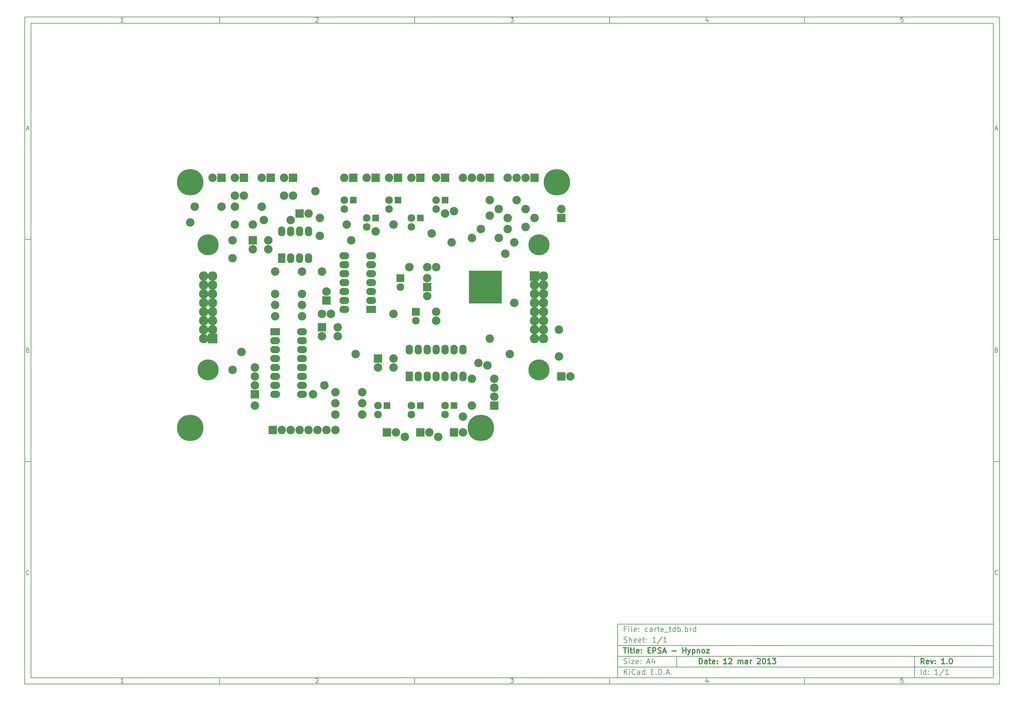
<source format=gts>
G04 (created by PCBNEW-RS274X (2012-01-19 BZR 3256)-stable) date 12/03/2013 15:54:10*
G01*
G70*
G90*
%MOIN*%
G04 Gerber Fmt 3.4, Leading zero omitted, Abs format*
%FSLAX34Y34*%
G04 APERTURE LIST*
%ADD10C,0.006000*%
%ADD11C,0.012000*%
%ADD12C,0.095000*%
%ADD13R,0.095000X0.095000*%
%ADD14R,0.082000X0.110000*%
%ADD15O,0.082000X0.110000*%
%ADD16C,0.235000*%
%ADD17R,0.105000X0.105000*%
%ADD18C,0.105000*%
%ADD19R,0.075000X0.075000*%
%ADD20C,0.085000*%
%ADD21R,0.110000X0.082000*%
%ADD22O,0.110000X0.082000*%
%ADD23R,0.370000X0.370000*%
%ADD24C,0.295600*%
%ADD25R,0.085000X0.085000*%
G04 APERTURE END LIST*
G54D10*
X04000Y-04000D02*
X113000Y-04000D01*
X113000Y-78670D01*
X04000Y-78670D01*
X04000Y-04000D01*
X04700Y-04700D02*
X112300Y-04700D01*
X112300Y-77970D01*
X04700Y-77970D01*
X04700Y-04700D01*
X25800Y-04000D02*
X25800Y-04700D01*
X15043Y-04552D02*
X14757Y-04552D01*
X14900Y-04552D02*
X14900Y-04052D01*
X14852Y-04124D01*
X14805Y-04171D01*
X14757Y-04195D01*
X25800Y-78670D02*
X25800Y-77970D01*
X15043Y-78522D02*
X14757Y-78522D01*
X14900Y-78522D02*
X14900Y-78022D01*
X14852Y-78094D01*
X14805Y-78141D01*
X14757Y-78165D01*
X47600Y-04000D02*
X47600Y-04700D01*
X36557Y-04100D02*
X36581Y-04076D01*
X36629Y-04052D01*
X36748Y-04052D01*
X36795Y-04076D01*
X36819Y-04100D01*
X36843Y-04148D01*
X36843Y-04195D01*
X36819Y-04267D01*
X36533Y-04552D01*
X36843Y-04552D01*
X47600Y-78670D02*
X47600Y-77970D01*
X36557Y-78070D02*
X36581Y-78046D01*
X36629Y-78022D01*
X36748Y-78022D01*
X36795Y-78046D01*
X36819Y-78070D01*
X36843Y-78118D01*
X36843Y-78165D01*
X36819Y-78237D01*
X36533Y-78522D01*
X36843Y-78522D01*
X69400Y-04000D02*
X69400Y-04700D01*
X58333Y-04052D02*
X58643Y-04052D01*
X58476Y-04243D01*
X58548Y-04243D01*
X58595Y-04267D01*
X58619Y-04290D01*
X58643Y-04338D01*
X58643Y-04457D01*
X58619Y-04505D01*
X58595Y-04529D01*
X58548Y-04552D01*
X58405Y-04552D01*
X58357Y-04529D01*
X58333Y-04505D01*
X69400Y-78670D02*
X69400Y-77970D01*
X58333Y-78022D02*
X58643Y-78022D01*
X58476Y-78213D01*
X58548Y-78213D01*
X58595Y-78237D01*
X58619Y-78260D01*
X58643Y-78308D01*
X58643Y-78427D01*
X58619Y-78475D01*
X58595Y-78499D01*
X58548Y-78522D01*
X58405Y-78522D01*
X58357Y-78499D01*
X58333Y-78475D01*
X91200Y-04000D02*
X91200Y-04700D01*
X80395Y-04219D02*
X80395Y-04552D01*
X80276Y-04029D02*
X80157Y-04386D01*
X80467Y-04386D01*
X91200Y-78670D02*
X91200Y-77970D01*
X80395Y-78189D02*
X80395Y-78522D01*
X80276Y-77999D02*
X80157Y-78356D01*
X80467Y-78356D01*
X102219Y-04052D02*
X101981Y-04052D01*
X101957Y-04290D01*
X101981Y-04267D01*
X102029Y-04243D01*
X102148Y-04243D01*
X102195Y-04267D01*
X102219Y-04290D01*
X102243Y-04338D01*
X102243Y-04457D01*
X102219Y-04505D01*
X102195Y-04529D01*
X102148Y-04552D01*
X102029Y-04552D01*
X101981Y-04529D01*
X101957Y-04505D01*
X102219Y-78022D02*
X101981Y-78022D01*
X101957Y-78260D01*
X101981Y-78237D01*
X102029Y-78213D01*
X102148Y-78213D01*
X102195Y-78237D01*
X102219Y-78260D01*
X102243Y-78308D01*
X102243Y-78427D01*
X102219Y-78475D01*
X102195Y-78499D01*
X102148Y-78522D01*
X102029Y-78522D01*
X101981Y-78499D01*
X101957Y-78475D01*
X04000Y-28890D02*
X04700Y-28890D01*
X04231Y-16510D02*
X04469Y-16510D01*
X04184Y-16652D02*
X04350Y-16152D01*
X04517Y-16652D01*
X113000Y-28890D02*
X112300Y-28890D01*
X112531Y-16510D02*
X112769Y-16510D01*
X112484Y-16652D02*
X112650Y-16152D01*
X112817Y-16652D01*
X04000Y-53780D02*
X04700Y-53780D01*
X04386Y-41280D02*
X04457Y-41304D01*
X04481Y-41328D01*
X04505Y-41376D01*
X04505Y-41447D01*
X04481Y-41495D01*
X04457Y-41519D01*
X04410Y-41542D01*
X04219Y-41542D01*
X04219Y-41042D01*
X04386Y-41042D01*
X04433Y-41066D01*
X04457Y-41090D01*
X04481Y-41138D01*
X04481Y-41185D01*
X04457Y-41233D01*
X04433Y-41257D01*
X04386Y-41280D01*
X04219Y-41280D01*
X113000Y-53780D02*
X112300Y-53780D01*
X112686Y-41280D02*
X112757Y-41304D01*
X112781Y-41328D01*
X112805Y-41376D01*
X112805Y-41447D01*
X112781Y-41495D01*
X112757Y-41519D01*
X112710Y-41542D01*
X112519Y-41542D01*
X112519Y-41042D01*
X112686Y-41042D01*
X112733Y-41066D01*
X112757Y-41090D01*
X112781Y-41138D01*
X112781Y-41185D01*
X112757Y-41233D01*
X112733Y-41257D01*
X112686Y-41280D01*
X112519Y-41280D01*
X04505Y-66385D02*
X04481Y-66409D01*
X04410Y-66432D01*
X04362Y-66432D01*
X04290Y-66409D01*
X04243Y-66361D01*
X04219Y-66313D01*
X04195Y-66218D01*
X04195Y-66147D01*
X04219Y-66051D01*
X04243Y-66004D01*
X04290Y-65956D01*
X04362Y-65932D01*
X04410Y-65932D01*
X04481Y-65956D01*
X04505Y-65980D01*
X112805Y-66385D02*
X112781Y-66409D01*
X112710Y-66432D01*
X112662Y-66432D01*
X112590Y-66409D01*
X112543Y-66361D01*
X112519Y-66313D01*
X112495Y-66218D01*
X112495Y-66147D01*
X112519Y-66051D01*
X112543Y-66004D01*
X112590Y-65956D01*
X112662Y-65932D01*
X112710Y-65932D01*
X112781Y-65956D01*
X112805Y-65980D01*
G54D11*
X79443Y-76413D02*
X79443Y-75813D01*
X79586Y-75813D01*
X79671Y-75841D01*
X79729Y-75899D01*
X79757Y-75956D01*
X79786Y-76070D01*
X79786Y-76156D01*
X79757Y-76270D01*
X79729Y-76327D01*
X79671Y-76384D01*
X79586Y-76413D01*
X79443Y-76413D01*
X80300Y-76413D02*
X80300Y-76099D01*
X80271Y-76041D01*
X80214Y-76013D01*
X80100Y-76013D01*
X80043Y-76041D01*
X80300Y-76384D02*
X80243Y-76413D01*
X80100Y-76413D01*
X80043Y-76384D01*
X80014Y-76327D01*
X80014Y-76270D01*
X80043Y-76213D01*
X80100Y-76184D01*
X80243Y-76184D01*
X80300Y-76156D01*
X80500Y-76013D02*
X80729Y-76013D01*
X80586Y-75813D02*
X80586Y-76327D01*
X80614Y-76384D01*
X80672Y-76413D01*
X80729Y-76413D01*
X81157Y-76384D02*
X81100Y-76413D01*
X80986Y-76413D01*
X80929Y-76384D01*
X80900Y-76327D01*
X80900Y-76099D01*
X80929Y-76041D01*
X80986Y-76013D01*
X81100Y-76013D01*
X81157Y-76041D01*
X81186Y-76099D01*
X81186Y-76156D01*
X80900Y-76213D01*
X81443Y-76356D02*
X81471Y-76384D01*
X81443Y-76413D01*
X81414Y-76384D01*
X81443Y-76356D01*
X81443Y-76413D01*
X81443Y-76041D02*
X81471Y-76070D01*
X81443Y-76099D01*
X81414Y-76070D01*
X81443Y-76041D01*
X81443Y-76099D01*
X82500Y-76413D02*
X82157Y-76413D01*
X82329Y-76413D02*
X82329Y-75813D01*
X82272Y-75899D01*
X82214Y-75956D01*
X82157Y-75984D01*
X82728Y-75870D02*
X82757Y-75841D01*
X82814Y-75813D01*
X82957Y-75813D01*
X83014Y-75841D01*
X83043Y-75870D01*
X83071Y-75927D01*
X83071Y-75984D01*
X83043Y-76070D01*
X82700Y-76413D01*
X83071Y-76413D01*
X83785Y-76413D02*
X83785Y-76013D01*
X83785Y-76070D02*
X83813Y-76041D01*
X83871Y-76013D01*
X83956Y-76013D01*
X84013Y-76041D01*
X84042Y-76099D01*
X84042Y-76413D01*
X84042Y-76099D02*
X84071Y-76041D01*
X84128Y-76013D01*
X84213Y-76013D01*
X84271Y-76041D01*
X84299Y-76099D01*
X84299Y-76413D01*
X84842Y-76413D02*
X84842Y-76099D01*
X84813Y-76041D01*
X84756Y-76013D01*
X84642Y-76013D01*
X84585Y-76041D01*
X84842Y-76384D02*
X84785Y-76413D01*
X84642Y-76413D01*
X84585Y-76384D01*
X84556Y-76327D01*
X84556Y-76270D01*
X84585Y-76213D01*
X84642Y-76184D01*
X84785Y-76184D01*
X84842Y-76156D01*
X85128Y-76413D02*
X85128Y-76013D01*
X85128Y-76127D02*
X85156Y-76070D01*
X85185Y-76041D01*
X85242Y-76013D01*
X85299Y-76013D01*
X85927Y-75870D02*
X85956Y-75841D01*
X86013Y-75813D01*
X86156Y-75813D01*
X86213Y-75841D01*
X86242Y-75870D01*
X86270Y-75927D01*
X86270Y-75984D01*
X86242Y-76070D01*
X85899Y-76413D01*
X86270Y-76413D01*
X86641Y-75813D02*
X86698Y-75813D01*
X86755Y-75841D01*
X86784Y-75870D01*
X86813Y-75927D01*
X86841Y-76041D01*
X86841Y-76184D01*
X86813Y-76299D01*
X86784Y-76356D01*
X86755Y-76384D01*
X86698Y-76413D01*
X86641Y-76413D01*
X86584Y-76384D01*
X86555Y-76356D01*
X86527Y-76299D01*
X86498Y-76184D01*
X86498Y-76041D01*
X86527Y-75927D01*
X86555Y-75870D01*
X86584Y-75841D01*
X86641Y-75813D01*
X87412Y-76413D02*
X87069Y-76413D01*
X87241Y-76413D02*
X87241Y-75813D01*
X87184Y-75899D01*
X87126Y-75956D01*
X87069Y-75984D01*
X87612Y-75813D02*
X87983Y-75813D01*
X87783Y-76041D01*
X87869Y-76041D01*
X87926Y-76070D01*
X87955Y-76099D01*
X87983Y-76156D01*
X87983Y-76299D01*
X87955Y-76356D01*
X87926Y-76384D01*
X87869Y-76413D01*
X87697Y-76413D01*
X87640Y-76384D01*
X87612Y-76356D01*
G54D10*
X71043Y-77613D02*
X71043Y-77013D01*
X71386Y-77613D02*
X71129Y-77270D01*
X71386Y-77013D02*
X71043Y-77356D01*
X71643Y-77613D02*
X71643Y-77213D01*
X71643Y-77013D02*
X71614Y-77041D01*
X71643Y-77070D01*
X71671Y-77041D01*
X71643Y-77013D01*
X71643Y-77070D01*
X72272Y-77556D02*
X72243Y-77584D01*
X72157Y-77613D01*
X72100Y-77613D01*
X72015Y-77584D01*
X71957Y-77527D01*
X71929Y-77470D01*
X71900Y-77356D01*
X71900Y-77270D01*
X71929Y-77156D01*
X71957Y-77099D01*
X72015Y-77041D01*
X72100Y-77013D01*
X72157Y-77013D01*
X72243Y-77041D01*
X72272Y-77070D01*
X72786Y-77613D02*
X72786Y-77299D01*
X72757Y-77241D01*
X72700Y-77213D01*
X72586Y-77213D01*
X72529Y-77241D01*
X72786Y-77584D02*
X72729Y-77613D01*
X72586Y-77613D01*
X72529Y-77584D01*
X72500Y-77527D01*
X72500Y-77470D01*
X72529Y-77413D01*
X72586Y-77384D01*
X72729Y-77384D01*
X72786Y-77356D01*
X73329Y-77613D02*
X73329Y-77013D01*
X73329Y-77584D02*
X73272Y-77613D01*
X73158Y-77613D01*
X73100Y-77584D01*
X73072Y-77556D01*
X73043Y-77499D01*
X73043Y-77327D01*
X73072Y-77270D01*
X73100Y-77241D01*
X73158Y-77213D01*
X73272Y-77213D01*
X73329Y-77241D01*
X74072Y-77299D02*
X74272Y-77299D01*
X74358Y-77613D02*
X74072Y-77613D01*
X74072Y-77013D01*
X74358Y-77013D01*
X74615Y-77556D02*
X74643Y-77584D01*
X74615Y-77613D01*
X74586Y-77584D01*
X74615Y-77556D01*
X74615Y-77613D01*
X74901Y-77613D02*
X74901Y-77013D01*
X75044Y-77013D01*
X75129Y-77041D01*
X75187Y-77099D01*
X75215Y-77156D01*
X75244Y-77270D01*
X75244Y-77356D01*
X75215Y-77470D01*
X75187Y-77527D01*
X75129Y-77584D01*
X75044Y-77613D01*
X74901Y-77613D01*
X75501Y-77556D02*
X75529Y-77584D01*
X75501Y-77613D01*
X75472Y-77584D01*
X75501Y-77556D01*
X75501Y-77613D01*
X75758Y-77441D02*
X76044Y-77441D01*
X75701Y-77613D02*
X75901Y-77013D01*
X76101Y-77613D01*
X76301Y-77556D02*
X76329Y-77584D01*
X76301Y-77613D01*
X76272Y-77584D01*
X76301Y-77556D01*
X76301Y-77613D01*
G54D11*
X104586Y-76413D02*
X104386Y-76127D01*
X104243Y-76413D02*
X104243Y-75813D01*
X104471Y-75813D01*
X104529Y-75841D01*
X104557Y-75870D01*
X104586Y-75927D01*
X104586Y-76013D01*
X104557Y-76070D01*
X104529Y-76099D01*
X104471Y-76127D01*
X104243Y-76127D01*
X105071Y-76384D02*
X105014Y-76413D01*
X104900Y-76413D01*
X104843Y-76384D01*
X104814Y-76327D01*
X104814Y-76099D01*
X104843Y-76041D01*
X104900Y-76013D01*
X105014Y-76013D01*
X105071Y-76041D01*
X105100Y-76099D01*
X105100Y-76156D01*
X104814Y-76213D01*
X105300Y-76013D02*
X105443Y-76413D01*
X105585Y-76013D01*
X105814Y-76356D02*
X105842Y-76384D01*
X105814Y-76413D01*
X105785Y-76384D01*
X105814Y-76356D01*
X105814Y-76413D01*
X105814Y-76041D02*
X105842Y-76070D01*
X105814Y-76099D01*
X105785Y-76070D01*
X105814Y-76041D01*
X105814Y-76099D01*
X106871Y-76413D02*
X106528Y-76413D01*
X106700Y-76413D02*
X106700Y-75813D01*
X106643Y-75899D01*
X106585Y-75956D01*
X106528Y-75984D01*
X107128Y-76356D02*
X107156Y-76384D01*
X107128Y-76413D01*
X107099Y-76384D01*
X107128Y-76356D01*
X107128Y-76413D01*
X107528Y-75813D02*
X107585Y-75813D01*
X107642Y-75841D01*
X107671Y-75870D01*
X107700Y-75927D01*
X107728Y-76041D01*
X107728Y-76184D01*
X107700Y-76299D01*
X107671Y-76356D01*
X107642Y-76384D01*
X107585Y-76413D01*
X107528Y-76413D01*
X107471Y-76384D01*
X107442Y-76356D01*
X107414Y-76299D01*
X107385Y-76184D01*
X107385Y-76041D01*
X107414Y-75927D01*
X107442Y-75870D01*
X107471Y-75841D01*
X107528Y-75813D01*
G54D10*
X71014Y-76384D02*
X71100Y-76413D01*
X71243Y-76413D01*
X71300Y-76384D01*
X71329Y-76356D01*
X71357Y-76299D01*
X71357Y-76241D01*
X71329Y-76184D01*
X71300Y-76156D01*
X71243Y-76127D01*
X71129Y-76099D01*
X71071Y-76070D01*
X71043Y-76041D01*
X71014Y-75984D01*
X71014Y-75927D01*
X71043Y-75870D01*
X71071Y-75841D01*
X71129Y-75813D01*
X71271Y-75813D01*
X71357Y-75841D01*
X71614Y-76413D02*
X71614Y-76013D01*
X71614Y-75813D02*
X71585Y-75841D01*
X71614Y-75870D01*
X71642Y-75841D01*
X71614Y-75813D01*
X71614Y-75870D01*
X71843Y-76013D02*
X72157Y-76013D01*
X71843Y-76413D01*
X72157Y-76413D01*
X72614Y-76384D02*
X72557Y-76413D01*
X72443Y-76413D01*
X72386Y-76384D01*
X72357Y-76327D01*
X72357Y-76099D01*
X72386Y-76041D01*
X72443Y-76013D01*
X72557Y-76013D01*
X72614Y-76041D01*
X72643Y-76099D01*
X72643Y-76156D01*
X72357Y-76213D01*
X72900Y-76356D02*
X72928Y-76384D01*
X72900Y-76413D01*
X72871Y-76384D01*
X72900Y-76356D01*
X72900Y-76413D01*
X72900Y-76041D02*
X72928Y-76070D01*
X72900Y-76099D01*
X72871Y-76070D01*
X72900Y-76041D01*
X72900Y-76099D01*
X73614Y-76241D02*
X73900Y-76241D01*
X73557Y-76413D02*
X73757Y-75813D01*
X73957Y-76413D01*
X74414Y-76013D02*
X74414Y-76413D01*
X74271Y-75784D02*
X74128Y-76213D01*
X74500Y-76213D01*
X104243Y-77613D02*
X104243Y-77013D01*
X104786Y-77613D02*
X104786Y-77013D01*
X104786Y-77584D02*
X104729Y-77613D01*
X104615Y-77613D01*
X104557Y-77584D01*
X104529Y-77556D01*
X104500Y-77499D01*
X104500Y-77327D01*
X104529Y-77270D01*
X104557Y-77241D01*
X104615Y-77213D01*
X104729Y-77213D01*
X104786Y-77241D01*
X105072Y-77556D02*
X105100Y-77584D01*
X105072Y-77613D01*
X105043Y-77584D01*
X105072Y-77556D01*
X105072Y-77613D01*
X105072Y-77241D02*
X105100Y-77270D01*
X105072Y-77299D01*
X105043Y-77270D01*
X105072Y-77241D01*
X105072Y-77299D01*
X106129Y-77613D02*
X105786Y-77613D01*
X105958Y-77613D02*
X105958Y-77013D01*
X105901Y-77099D01*
X105843Y-77156D01*
X105786Y-77184D01*
X106814Y-76984D02*
X106300Y-77756D01*
X107329Y-77613D02*
X106986Y-77613D01*
X107158Y-77613D02*
X107158Y-77013D01*
X107101Y-77099D01*
X107043Y-77156D01*
X106986Y-77184D01*
G54D11*
X70957Y-74613D02*
X71300Y-74613D01*
X71129Y-75213D02*
X71129Y-74613D01*
X71500Y-75213D02*
X71500Y-74813D01*
X71500Y-74613D02*
X71471Y-74641D01*
X71500Y-74670D01*
X71528Y-74641D01*
X71500Y-74613D01*
X71500Y-74670D01*
X71700Y-74813D02*
X71929Y-74813D01*
X71786Y-74613D02*
X71786Y-75127D01*
X71814Y-75184D01*
X71872Y-75213D01*
X71929Y-75213D01*
X72215Y-75213D02*
X72157Y-75184D01*
X72129Y-75127D01*
X72129Y-74613D01*
X72671Y-75184D02*
X72614Y-75213D01*
X72500Y-75213D01*
X72443Y-75184D01*
X72414Y-75127D01*
X72414Y-74899D01*
X72443Y-74841D01*
X72500Y-74813D01*
X72614Y-74813D01*
X72671Y-74841D01*
X72700Y-74899D01*
X72700Y-74956D01*
X72414Y-75013D01*
X72957Y-75156D02*
X72985Y-75184D01*
X72957Y-75213D01*
X72928Y-75184D01*
X72957Y-75156D01*
X72957Y-75213D01*
X72957Y-74841D02*
X72985Y-74870D01*
X72957Y-74899D01*
X72928Y-74870D01*
X72957Y-74841D01*
X72957Y-74899D01*
X73700Y-74899D02*
X73900Y-74899D01*
X73986Y-75213D02*
X73700Y-75213D01*
X73700Y-74613D01*
X73986Y-74613D01*
X74243Y-75213D02*
X74243Y-74613D01*
X74471Y-74613D01*
X74529Y-74641D01*
X74557Y-74670D01*
X74586Y-74727D01*
X74586Y-74813D01*
X74557Y-74870D01*
X74529Y-74899D01*
X74471Y-74927D01*
X74243Y-74927D01*
X74814Y-75184D02*
X74900Y-75213D01*
X75043Y-75213D01*
X75100Y-75184D01*
X75129Y-75156D01*
X75157Y-75099D01*
X75157Y-75041D01*
X75129Y-74984D01*
X75100Y-74956D01*
X75043Y-74927D01*
X74929Y-74899D01*
X74871Y-74870D01*
X74843Y-74841D01*
X74814Y-74784D01*
X74814Y-74727D01*
X74843Y-74670D01*
X74871Y-74641D01*
X74929Y-74613D01*
X75071Y-74613D01*
X75157Y-74641D01*
X75385Y-75041D02*
X75671Y-75041D01*
X75328Y-75213D02*
X75528Y-74613D01*
X75728Y-75213D01*
X76385Y-74984D02*
X76842Y-74984D01*
X77585Y-75213D02*
X77585Y-74613D01*
X77585Y-74899D02*
X77928Y-74899D01*
X77928Y-75213D02*
X77928Y-74613D01*
X78157Y-74813D02*
X78300Y-75213D01*
X78442Y-74813D02*
X78300Y-75213D01*
X78242Y-75356D01*
X78214Y-75384D01*
X78157Y-75413D01*
X78671Y-74813D02*
X78671Y-75413D01*
X78671Y-74841D02*
X78728Y-74813D01*
X78842Y-74813D01*
X78899Y-74841D01*
X78928Y-74870D01*
X78957Y-74927D01*
X78957Y-75099D01*
X78928Y-75156D01*
X78899Y-75184D01*
X78842Y-75213D01*
X78728Y-75213D01*
X78671Y-75184D01*
X79214Y-74813D02*
X79214Y-75213D01*
X79214Y-74870D02*
X79242Y-74841D01*
X79300Y-74813D01*
X79385Y-74813D01*
X79442Y-74841D01*
X79471Y-74899D01*
X79471Y-75213D01*
X79843Y-75213D02*
X79785Y-75184D01*
X79757Y-75156D01*
X79728Y-75099D01*
X79728Y-74927D01*
X79757Y-74870D01*
X79785Y-74841D01*
X79843Y-74813D01*
X79928Y-74813D01*
X79985Y-74841D01*
X80014Y-74870D01*
X80043Y-74927D01*
X80043Y-75099D01*
X80014Y-75156D01*
X79985Y-75184D01*
X79928Y-75213D01*
X79843Y-75213D01*
X80243Y-74813D02*
X80557Y-74813D01*
X80243Y-75213D01*
X80557Y-75213D01*
G54D10*
X71243Y-72499D02*
X71043Y-72499D01*
X71043Y-72813D02*
X71043Y-72213D01*
X71329Y-72213D01*
X71557Y-72813D02*
X71557Y-72413D01*
X71557Y-72213D02*
X71528Y-72241D01*
X71557Y-72270D01*
X71585Y-72241D01*
X71557Y-72213D01*
X71557Y-72270D01*
X71929Y-72813D02*
X71871Y-72784D01*
X71843Y-72727D01*
X71843Y-72213D01*
X72385Y-72784D02*
X72328Y-72813D01*
X72214Y-72813D01*
X72157Y-72784D01*
X72128Y-72727D01*
X72128Y-72499D01*
X72157Y-72441D01*
X72214Y-72413D01*
X72328Y-72413D01*
X72385Y-72441D01*
X72414Y-72499D01*
X72414Y-72556D01*
X72128Y-72613D01*
X72671Y-72756D02*
X72699Y-72784D01*
X72671Y-72813D01*
X72642Y-72784D01*
X72671Y-72756D01*
X72671Y-72813D01*
X72671Y-72441D02*
X72699Y-72470D01*
X72671Y-72499D01*
X72642Y-72470D01*
X72671Y-72441D01*
X72671Y-72499D01*
X73671Y-72784D02*
X73614Y-72813D01*
X73500Y-72813D01*
X73442Y-72784D01*
X73414Y-72756D01*
X73385Y-72699D01*
X73385Y-72527D01*
X73414Y-72470D01*
X73442Y-72441D01*
X73500Y-72413D01*
X73614Y-72413D01*
X73671Y-72441D01*
X74185Y-72813D02*
X74185Y-72499D01*
X74156Y-72441D01*
X74099Y-72413D01*
X73985Y-72413D01*
X73928Y-72441D01*
X74185Y-72784D02*
X74128Y-72813D01*
X73985Y-72813D01*
X73928Y-72784D01*
X73899Y-72727D01*
X73899Y-72670D01*
X73928Y-72613D01*
X73985Y-72584D01*
X74128Y-72584D01*
X74185Y-72556D01*
X74471Y-72813D02*
X74471Y-72413D01*
X74471Y-72527D02*
X74499Y-72470D01*
X74528Y-72441D01*
X74585Y-72413D01*
X74642Y-72413D01*
X74756Y-72413D02*
X74985Y-72413D01*
X74842Y-72213D02*
X74842Y-72727D01*
X74870Y-72784D01*
X74928Y-72813D01*
X74985Y-72813D01*
X75413Y-72784D02*
X75356Y-72813D01*
X75242Y-72813D01*
X75185Y-72784D01*
X75156Y-72727D01*
X75156Y-72499D01*
X75185Y-72441D01*
X75242Y-72413D01*
X75356Y-72413D01*
X75413Y-72441D01*
X75442Y-72499D01*
X75442Y-72556D01*
X75156Y-72613D01*
X75556Y-72870D02*
X76013Y-72870D01*
X76070Y-72413D02*
X76299Y-72413D01*
X76156Y-72213D02*
X76156Y-72727D01*
X76184Y-72784D01*
X76242Y-72813D01*
X76299Y-72813D01*
X76756Y-72813D02*
X76756Y-72213D01*
X76756Y-72784D02*
X76699Y-72813D01*
X76585Y-72813D01*
X76527Y-72784D01*
X76499Y-72756D01*
X76470Y-72699D01*
X76470Y-72527D01*
X76499Y-72470D01*
X76527Y-72441D01*
X76585Y-72413D01*
X76699Y-72413D01*
X76756Y-72441D01*
X77042Y-72813D02*
X77042Y-72213D01*
X77042Y-72441D02*
X77099Y-72413D01*
X77213Y-72413D01*
X77270Y-72441D01*
X77299Y-72470D01*
X77328Y-72527D01*
X77328Y-72699D01*
X77299Y-72756D01*
X77270Y-72784D01*
X77213Y-72813D01*
X77099Y-72813D01*
X77042Y-72784D01*
X77585Y-72756D02*
X77613Y-72784D01*
X77585Y-72813D01*
X77556Y-72784D01*
X77585Y-72756D01*
X77585Y-72813D01*
X77871Y-72813D02*
X77871Y-72213D01*
X77871Y-72441D02*
X77928Y-72413D01*
X78042Y-72413D01*
X78099Y-72441D01*
X78128Y-72470D01*
X78157Y-72527D01*
X78157Y-72699D01*
X78128Y-72756D01*
X78099Y-72784D01*
X78042Y-72813D01*
X77928Y-72813D01*
X77871Y-72784D01*
X78414Y-72813D02*
X78414Y-72413D01*
X78414Y-72527D02*
X78442Y-72470D01*
X78471Y-72441D01*
X78528Y-72413D01*
X78585Y-72413D01*
X79042Y-72813D02*
X79042Y-72213D01*
X79042Y-72784D02*
X78985Y-72813D01*
X78871Y-72813D01*
X78813Y-72784D01*
X78785Y-72756D01*
X78756Y-72699D01*
X78756Y-72527D01*
X78785Y-72470D01*
X78813Y-72441D01*
X78871Y-72413D01*
X78985Y-72413D01*
X79042Y-72441D01*
X71014Y-73984D02*
X71100Y-74013D01*
X71243Y-74013D01*
X71300Y-73984D01*
X71329Y-73956D01*
X71357Y-73899D01*
X71357Y-73841D01*
X71329Y-73784D01*
X71300Y-73756D01*
X71243Y-73727D01*
X71129Y-73699D01*
X71071Y-73670D01*
X71043Y-73641D01*
X71014Y-73584D01*
X71014Y-73527D01*
X71043Y-73470D01*
X71071Y-73441D01*
X71129Y-73413D01*
X71271Y-73413D01*
X71357Y-73441D01*
X71614Y-74013D02*
X71614Y-73413D01*
X71871Y-74013D02*
X71871Y-73699D01*
X71842Y-73641D01*
X71785Y-73613D01*
X71700Y-73613D01*
X71642Y-73641D01*
X71614Y-73670D01*
X72385Y-73984D02*
X72328Y-74013D01*
X72214Y-74013D01*
X72157Y-73984D01*
X72128Y-73927D01*
X72128Y-73699D01*
X72157Y-73641D01*
X72214Y-73613D01*
X72328Y-73613D01*
X72385Y-73641D01*
X72414Y-73699D01*
X72414Y-73756D01*
X72128Y-73813D01*
X72899Y-73984D02*
X72842Y-74013D01*
X72728Y-74013D01*
X72671Y-73984D01*
X72642Y-73927D01*
X72642Y-73699D01*
X72671Y-73641D01*
X72728Y-73613D01*
X72842Y-73613D01*
X72899Y-73641D01*
X72928Y-73699D01*
X72928Y-73756D01*
X72642Y-73813D01*
X73099Y-73613D02*
X73328Y-73613D01*
X73185Y-73413D02*
X73185Y-73927D01*
X73213Y-73984D01*
X73271Y-74013D01*
X73328Y-74013D01*
X73528Y-73956D02*
X73556Y-73984D01*
X73528Y-74013D01*
X73499Y-73984D01*
X73528Y-73956D01*
X73528Y-74013D01*
X73528Y-73641D02*
X73556Y-73670D01*
X73528Y-73699D01*
X73499Y-73670D01*
X73528Y-73641D01*
X73528Y-73699D01*
X74585Y-74013D02*
X74242Y-74013D01*
X74414Y-74013D02*
X74414Y-73413D01*
X74357Y-73499D01*
X74299Y-73556D01*
X74242Y-73584D01*
X75270Y-73384D02*
X74756Y-74156D01*
X75785Y-74013D02*
X75442Y-74013D01*
X75614Y-74013D02*
X75614Y-73413D01*
X75557Y-73499D01*
X75499Y-73556D01*
X75442Y-73584D01*
X70300Y-71970D02*
X70300Y-77970D01*
X70300Y-71970D02*
X112300Y-71970D01*
X70300Y-71970D02*
X112300Y-71970D01*
X70300Y-74370D02*
X112300Y-74370D01*
X103500Y-75570D02*
X103500Y-77970D01*
X70300Y-76770D02*
X112300Y-76770D01*
X70300Y-75570D02*
X112300Y-75570D01*
X76900Y-75570D02*
X76900Y-76770D01*
G54D12*
X27500Y-24000D03*
X28500Y-24000D03*
X45250Y-43250D03*
X45250Y-42250D03*
X37250Y-37250D03*
X38250Y-37250D03*
G54D13*
X43500Y-42250D03*
G54D12*
X43500Y-43250D03*
G54D13*
X37250Y-38750D03*
G54D12*
X37250Y-39750D03*
G54D14*
X47000Y-44250D03*
G54D15*
X48000Y-44250D03*
X49000Y-44250D03*
X50000Y-44250D03*
X51000Y-44250D03*
X52000Y-44250D03*
X53000Y-44250D03*
X53000Y-41250D03*
X52000Y-41250D03*
X51000Y-41250D03*
X50000Y-41250D03*
X49000Y-41250D03*
X48000Y-41250D03*
X47000Y-41250D03*
G54D16*
X24500Y-43500D03*
X24500Y-29500D03*
G54D17*
X25000Y-40000D03*
G54D18*
X24000Y-40000D03*
X25000Y-39000D03*
X24000Y-39000D03*
X25000Y-38000D03*
X24000Y-38000D03*
X25000Y-37000D03*
X24000Y-37000D03*
X25000Y-36000D03*
X24000Y-36000D03*
X25000Y-35000D03*
X24000Y-35000D03*
X25000Y-34000D03*
X24000Y-34000D03*
X25000Y-33000D03*
X24000Y-33000D03*
G54D16*
X61500Y-29500D03*
X61500Y-43500D03*
G54D17*
X61000Y-33000D03*
G54D18*
X62000Y-33000D03*
X61000Y-34000D03*
X62000Y-34000D03*
X61000Y-35000D03*
X62000Y-35000D03*
X61000Y-36000D03*
X62000Y-36000D03*
X61000Y-37000D03*
X62000Y-37000D03*
X61000Y-38000D03*
X62000Y-38000D03*
X61000Y-39000D03*
X62000Y-39000D03*
X61000Y-40000D03*
X62000Y-40000D03*
G54D13*
X44500Y-50500D03*
G54D12*
X45500Y-50500D03*
G54D13*
X52000Y-50500D03*
G54D12*
X53000Y-50500D03*
G54D13*
X43250Y-22000D03*
G54D12*
X42250Y-22000D03*
G54D13*
X34000Y-22000D03*
G54D12*
X33000Y-22000D03*
G54D13*
X45750Y-22000D03*
G54D12*
X44750Y-22000D03*
G54D13*
X40750Y-22000D03*
G54D12*
X39750Y-22000D03*
G54D13*
X26000Y-22000D03*
G54D12*
X25000Y-22000D03*
G54D13*
X28500Y-22000D03*
G54D12*
X27500Y-22000D03*
G54D13*
X64000Y-26500D03*
G54D12*
X64000Y-25500D03*
X58000Y-22000D03*
X59000Y-22000D03*
G54D13*
X61000Y-22000D03*
G54D12*
X60000Y-22000D03*
X58000Y-27750D03*
X55000Y-27750D03*
X35000Y-35000D03*
X32000Y-35000D03*
X56000Y-24500D03*
X59000Y-24500D03*
X57000Y-25500D03*
X60000Y-25500D03*
X35000Y-37500D03*
X32000Y-37500D03*
X41750Y-46000D03*
X38750Y-46000D03*
X41750Y-47250D03*
X38750Y-47250D03*
X57000Y-28750D03*
X54000Y-28750D03*
X41750Y-48500D03*
X38750Y-48500D03*
X30500Y-25250D03*
X27500Y-25250D03*
X26000Y-25250D03*
X23000Y-25250D03*
X58000Y-26500D03*
X61000Y-26500D03*
X35000Y-36250D03*
X32000Y-36250D03*
X33000Y-24000D03*
X34000Y-24000D03*
X53000Y-22000D03*
X54000Y-22000D03*
G54D13*
X56000Y-22000D03*
G54D12*
X55000Y-22000D03*
X56500Y-44500D03*
X56500Y-45500D03*
G54D13*
X56500Y-47500D03*
G54D12*
X56500Y-46500D03*
G54D13*
X31500Y-22000D03*
G54D12*
X30500Y-22000D03*
G54D13*
X48250Y-22000D03*
G54D12*
X47250Y-22000D03*
X36750Y-50250D03*
X35750Y-50250D03*
X37750Y-50250D03*
X38750Y-50250D03*
X34750Y-50250D03*
X33750Y-50250D03*
G54D13*
X31750Y-50250D03*
G54D12*
X32750Y-50250D03*
G54D13*
X51000Y-22000D03*
G54D12*
X50000Y-22000D03*
G54D13*
X48250Y-50500D03*
G54D12*
X49250Y-50500D03*
G54D19*
X43250Y-26500D03*
G54D20*
X42250Y-26500D03*
X42250Y-27500D03*
G54D19*
X40750Y-24500D03*
G54D20*
X39750Y-24500D03*
X39750Y-25500D03*
G54D19*
X45750Y-24500D03*
G54D20*
X44750Y-24500D03*
X44750Y-25500D03*
G54D19*
X48250Y-26500D03*
G54D20*
X47250Y-26500D03*
X47250Y-27500D03*
G54D19*
X44500Y-47500D03*
G54D20*
X43500Y-47500D03*
X43500Y-48500D03*
G54D19*
X52000Y-47500D03*
G54D20*
X51000Y-47500D03*
X51000Y-48500D03*
G54D19*
X51000Y-24500D03*
G54D20*
X50000Y-24500D03*
X50000Y-25500D03*
G54D19*
X48250Y-47500D03*
G54D20*
X47250Y-47500D03*
X47250Y-48500D03*
G54D21*
X42750Y-36750D03*
G54D22*
X42750Y-35750D03*
X42750Y-34750D03*
X42750Y-33750D03*
X42750Y-32750D03*
X42750Y-31750D03*
X42750Y-30750D03*
X39750Y-30750D03*
X39750Y-31750D03*
X39750Y-32750D03*
X39750Y-33750D03*
X39750Y-34750D03*
X39750Y-35750D03*
X39750Y-36750D03*
G54D21*
X32000Y-39250D03*
G54D22*
X32000Y-40250D03*
X32000Y-41250D03*
X32000Y-42250D03*
X32000Y-43250D03*
X32000Y-44250D03*
X32000Y-45250D03*
X32000Y-46250D03*
X35000Y-46250D03*
X35000Y-45250D03*
X35000Y-44250D03*
X35000Y-43250D03*
X35000Y-42250D03*
X35000Y-41250D03*
X35000Y-40250D03*
X35000Y-39250D03*
G54D12*
X39000Y-39750D03*
X39000Y-38750D03*
X31250Y-30000D03*
X31250Y-29000D03*
G54D13*
X29500Y-29000D03*
G54D12*
X29500Y-30000D03*
G54D13*
X34750Y-26000D03*
G54D12*
X35750Y-26000D03*
G54D13*
X37750Y-35750D03*
G54D12*
X37750Y-34750D03*
G54D14*
X32750Y-31000D03*
G54D15*
X33750Y-31000D03*
X34750Y-31000D03*
X35750Y-31000D03*
X35750Y-28000D03*
X34750Y-28000D03*
X33750Y-28000D03*
X32750Y-28000D03*
G54D12*
X30750Y-26750D03*
X33750Y-26750D03*
X35000Y-32500D03*
X32000Y-32500D03*
X50000Y-38000D03*
X50000Y-37000D03*
X50000Y-32000D03*
X49000Y-32000D03*
G54D23*
X55500Y-34250D03*
G54D12*
X49000Y-33250D03*
G54D13*
X49000Y-34250D03*
G54D12*
X49000Y-35250D03*
G54D13*
X64000Y-44250D03*
G54D12*
X65000Y-44250D03*
G54D24*
X22500Y-50000D03*
X22500Y-22500D03*
X63500Y-22500D03*
X55000Y-50000D03*
G54D12*
X37000Y-28500D03*
X37000Y-26500D03*
X29750Y-43250D03*
X29750Y-44250D03*
G54D13*
X29750Y-46250D03*
G54D12*
X29750Y-45250D03*
G54D25*
X46000Y-33250D03*
G54D20*
X46000Y-34250D03*
G54D25*
X47750Y-37000D03*
G54D20*
X47750Y-38000D03*
G54D12*
X47000Y-32000D03*
X27250Y-29000D03*
X37250Y-32500D03*
X45250Y-37250D03*
X53000Y-48750D03*
X46500Y-51000D03*
X50250Y-51000D03*
X52000Y-25750D03*
X63750Y-42000D03*
X29500Y-27250D03*
X22500Y-27000D03*
X60000Y-27500D03*
X40500Y-29000D03*
X58750Y-29250D03*
X57750Y-30500D03*
X36250Y-46250D03*
X29750Y-47500D03*
X27250Y-43500D03*
X28250Y-41500D03*
X56000Y-40000D03*
X55750Y-43000D03*
X54750Y-42750D03*
X51750Y-29250D03*
X49500Y-28250D03*
X58750Y-36000D03*
X51000Y-26000D03*
X43250Y-28000D03*
X56000Y-26250D03*
X45250Y-27250D03*
X27250Y-31000D03*
X40000Y-27250D03*
X54000Y-44500D03*
X63750Y-39000D03*
X54000Y-47500D03*
X37500Y-45250D03*
X41000Y-41750D03*
X36500Y-23500D03*
X58250Y-41750D03*
X27500Y-27250D03*
M02*

</source>
